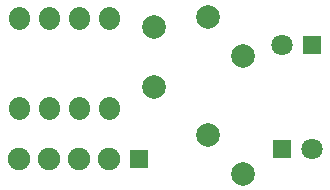
<source format=gbl>
G04 Layer: BottomLayer*
G04 EasyEDA v6.4.19.4, 2021-06-18T20:22:14+05:30*
G04 545d4b8ce55c4096bfffc31d6a5384ca,10*
G04 Gerber Generator version 0.2*
G04 Scale: 100 percent, Rotated: No, Reflected: No *
G04 Dimensions in millimeters *
G04 leading zeros omitted , absolute positions ,4 integer and 5 decimal *
%FSLAX45Y45*%
%MOMM*%

%ADD12R,1.5748X1.5748*%
%ADD13C,1.8000*%
%ADD14C,2.0000*%
%ADD15C,1.9000*%

%LPD*%
D12*
G01*
X3454400Y4483100D03*
D13*
G01*
X3200400Y4483100D03*
D12*
G01*
X3200400Y3606800D03*
D13*
G01*
X3454400Y3606800D03*
D14*
G01*
X2870200Y4394200D03*
G01*
X2870200Y3394202D03*
G01*
X2578100Y4724400D03*
G01*
X2578100Y3724402D03*
D15*
G01*
X977900Y3517900D03*
G01*
X1231900Y3517900D03*
G01*
X1485900Y3517900D03*
G01*
X1739900Y3517900D03*
D12*
G01*
X1993900Y3517900D03*
D14*
G01*
X2120900Y4635500D03*
G01*
X2120900Y4127500D03*
D13*
X1739900Y4701700D02*
G01*
X1739900Y4721699D01*
X1485900Y4701700D02*
G01*
X1485900Y4721699D01*
X1231900Y4701700D02*
G01*
X1231900Y4721699D01*
X977900Y4701700D02*
G01*
X977900Y4721699D01*
X1739900Y3939700D02*
G01*
X1739900Y3959699D01*
X1485900Y3939700D02*
G01*
X1485900Y3959699D01*
X1231900Y3939700D02*
G01*
X1231900Y3959699D01*
X977900Y3939700D02*
G01*
X977900Y3959699D01*
M02*

</source>
